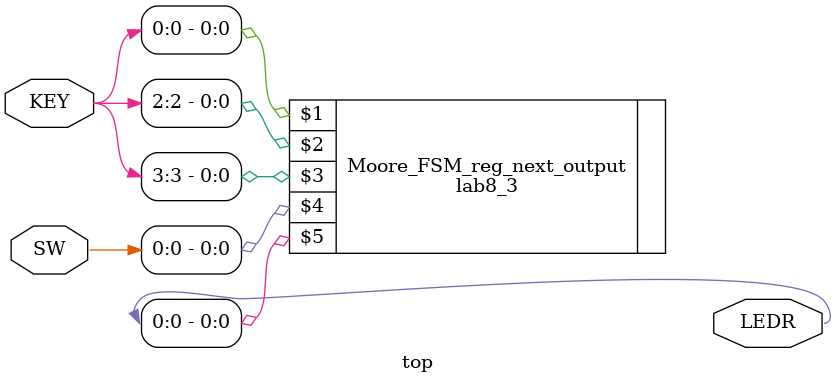
<source format=v>

module top (SW, KEY, LEDR);

    input wire [9:0] SW;        // DE-series switches
    input wire [3:0] KEY;       // DE-series pushbuttons

    output wire [9:0] LEDR;     // DE-series LEDs   

    lab8_3 Moore_FSM_reg_next_output (KEY[0], KEY[2], KEY[3], SW[0], LEDR[0]);

endmodule


</source>
